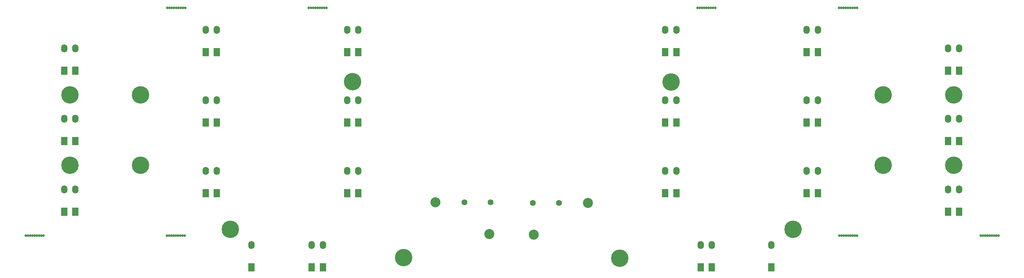
<source format=gts>
G04 #@! TF.GenerationSoftware,KiCad,Pcbnew,(5.1.4)-1*
G04 #@! TF.CreationDate,2023-05-20T18:47:32-04:00*
G04 #@! TF.ProjectId,corne-light,636f726e-652d-46c6-9967-68742e6b6963,2.0*
G04 #@! TF.SameCoordinates,Original*
G04 #@! TF.FileFunction,Soldermask,Top*
G04 #@! TF.FilePolarity,Negative*
%FSLAX46Y46*%
G04 Gerber Fmt 4.6, Leading zero omitted, Abs format (unit mm)*
G04 Created by KiCad (PCBNEW (5.1.4)-1) date 2023-05-20 18:47:32*
%MOMM*%
%LPD*%
G04 APERTURE LIST*
%ADD10C,4.700000*%
%ADD11O,1.700000X2.178000*%
%ADD12R,1.700000X2.178000*%
%ADD13C,1.600000*%
%ADD14C,2.700000*%
%ADD15C,0.700000*%
G04 APERTURE END LIST*
D10*
X250212500Y-55426932D03*
X250212500Y-74426932D03*
X50712500Y-55445000D03*
X50712500Y-74445000D03*
D11*
X30187500Y-80916875D03*
D12*
X30187500Y-86916875D03*
D11*
X33187500Y-80920000D03*
D12*
X33187500Y-86920000D03*
D11*
X270684847Y-80920432D03*
D12*
X270684847Y-86920432D03*
D11*
X109187500Y-56920000D03*
D12*
X109187500Y-62920000D03*
D11*
X191684847Y-56920432D03*
D12*
X191684847Y-62920432D03*
D11*
X194684847Y-56920432D03*
D12*
X194684847Y-62920432D03*
D11*
X229684847Y-56915432D03*
D12*
X229684847Y-62915432D03*
D11*
X232684847Y-56920432D03*
D12*
X232684847Y-62920432D03*
D11*
X267684847Y-61920432D03*
D12*
X267684847Y-67920432D03*
D11*
X270684847Y-61920432D03*
D12*
X270684847Y-67920432D03*
D11*
X191684847Y-37920432D03*
D12*
X191684847Y-43920432D03*
D11*
X194684847Y-37920432D03*
D12*
X194684847Y-43920432D03*
D11*
X229684847Y-37915432D03*
D12*
X229684847Y-43915432D03*
D11*
X232684847Y-37920432D03*
D12*
X232684847Y-43920432D03*
D11*
X267684847Y-42920432D03*
D12*
X267684847Y-48920432D03*
D11*
X270684847Y-42920432D03*
D12*
X270684847Y-48920432D03*
D11*
X201194847Y-95915432D03*
D12*
X201194847Y-101915432D03*
D11*
X204194847Y-95915432D03*
D12*
X204194847Y-101915432D03*
D11*
X220184847Y-95930432D03*
D12*
X220184847Y-101930432D03*
D11*
X191684847Y-75920432D03*
D12*
X191684847Y-81920432D03*
D11*
X194684847Y-75920432D03*
D12*
X194684847Y-81920432D03*
D11*
X229684847Y-75915432D03*
D12*
X229684847Y-81915432D03*
D11*
X232684847Y-75920432D03*
D12*
X232684847Y-81920432D03*
D11*
X267684847Y-80920432D03*
D12*
X267684847Y-86920432D03*
D11*
X30187500Y-42916875D03*
D12*
X30187500Y-48916875D03*
D11*
X33187500Y-42920000D03*
D12*
X33187500Y-48920000D03*
D11*
X68187500Y-37920000D03*
D12*
X68187500Y-43920000D03*
D11*
X71187500Y-37915000D03*
D12*
X71187500Y-43915000D03*
D11*
X106187500Y-37920000D03*
D12*
X106187500Y-43920000D03*
D11*
X109187500Y-37920000D03*
D12*
X109187500Y-43920000D03*
D11*
X30187500Y-61916875D03*
D12*
X30187500Y-67916875D03*
D11*
X33187500Y-61920000D03*
D12*
X33187500Y-67920000D03*
D11*
X68187500Y-56920000D03*
D12*
X68187500Y-62920000D03*
D11*
X71187500Y-56915000D03*
D12*
X71187500Y-62915000D03*
D11*
X106187500Y-56920000D03*
D12*
X106187500Y-62920000D03*
D11*
X68187500Y-75920000D03*
D12*
X68187500Y-81920000D03*
D11*
X71187500Y-75915000D03*
D12*
X71187500Y-81915000D03*
D11*
X106187500Y-75920000D03*
D12*
X106187500Y-81920000D03*
D11*
X109187500Y-75920000D03*
D12*
X109187500Y-81920000D03*
D11*
X80507500Y-95910000D03*
D12*
X80507500Y-101910000D03*
D11*
X96687500Y-95905000D03*
D12*
X96687500Y-101905000D03*
D11*
X99687500Y-95905000D03*
D12*
X99687500Y-101905000D03*
D13*
X163107847Y-84565432D03*
X156107847Y-84565432D03*
X137714500Y-84432000D03*
X144714500Y-84432000D03*
D14*
X170889847Y-84542432D03*
X156330847Y-93085432D03*
X144376500Y-92940000D03*
X129944500Y-84419000D03*
D10*
X269195847Y-74426932D03*
X269195847Y-55426932D03*
X226055847Y-91696932D03*
X179485847Y-99446932D03*
X193235847Y-51936932D03*
X121405500Y-99300000D03*
X74839500Y-91685500D03*
X31695500Y-55420500D03*
X107650500Y-51930500D03*
X31695500Y-74420500D03*
D15*
X239640000Y-93390000D03*
X238452500Y-93390000D03*
X240233750Y-93390000D03*
X239046250Y-93390000D03*
X243202500Y-93390000D03*
X242608750Y-93390000D03*
X242015000Y-93390000D03*
X241421250Y-93390000D03*
X240827500Y-93390000D03*
X277640000Y-93390000D03*
X276452500Y-93390000D03*
X278233750Y-93390000D03*
X277046250Y-93390000D03*
X281202500Y-93390000D03*
X280608750Y-93390000D03*
X280015000Y-93390000D03*
X279421250Y-93390000D03*
X278827500Y-93390000D03*
X239610000Y-31970000D03*
X238422500Y-31970000D03*
X240203750Y-31970000D03*
X239016250Y-31970000D03*
X243172500Y-31970000D03*
X242578750Y-31970000D03*
X241985000Y-31970000D03*
X241391250Y-31970000D03*
X240797500Y-31970000D03*
X201590000Y-31980000D03*
X200402500Y-31980000D03*
X202183750Y-31980000D03*
X200996250Y-31980000D03*
X205152500Y-31980000D03*
X204558750Y-31980000D03*
X203965000Y-31980000D03*
X203371250Y-31980000D03*
X202777500Y-31980000D03*
X97070000Y-31970000D03*
X95882500Y-31970000D03*
X97663750Y-31970000D03*
X96476250Y-31970000D03*
X100632500Y-31970000D03*
X100038750Y-31970000D03*
X99445000Y-31970000D03*
X98851250Y-31970000D03*
X98257500Y-31970000D03*
X59100000Y-31970000D03*
X57912500Y-31970000D03*
X59693750Y-31970000D03*
X58506250Y-31970000D03*
X62662500Y-31970000D03*
X62068750Y-31970000D03*
X61475000Y-31970000D03*
X60881250Y-31970000D03*
X60287500Y-31970000D03*
X58997000Y-93380000D03*
X57809500Y-93380000D03*
X59590750Y-93380000D03*
X58403250Y-93380000D03*
X62559500Y-93380000D03*
X61965750Y-93380000D03*
X61372000Y-93380000D03*
X60778250Y-93380000D03*
X60184500Y-93380000D03*
X21008750Y-93380000D03*
X19821250Y-93380000D03*
X21602500Y-93380000D03*
X20415000Y-93380000D03*
X24571250Y-93380000D03*
X23977500Y-93380000D03*
X23383750Y-93380000D03*
X22790000Y-93380000D03*
X22196250Y-93380000D03*
M02*

</source>
